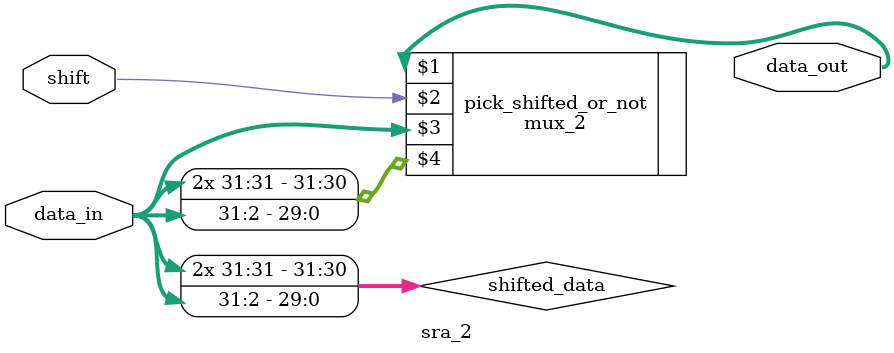
<source format=v>
module sra_2(data_out, data_in, shift);
    input [31:0] data_in;
    input shift;

    output [31:0] data_out;

    wire [31:0] shifted_data;

    assign shifted_data[31:30] = {data_in[31], data_in[31]};
    assign shifted_data[29:0] = data_in[31:2];

    mux_2 pick_shifted_or_not(data_out, shift, data_in, shifted_data);

endmodule
</source>
